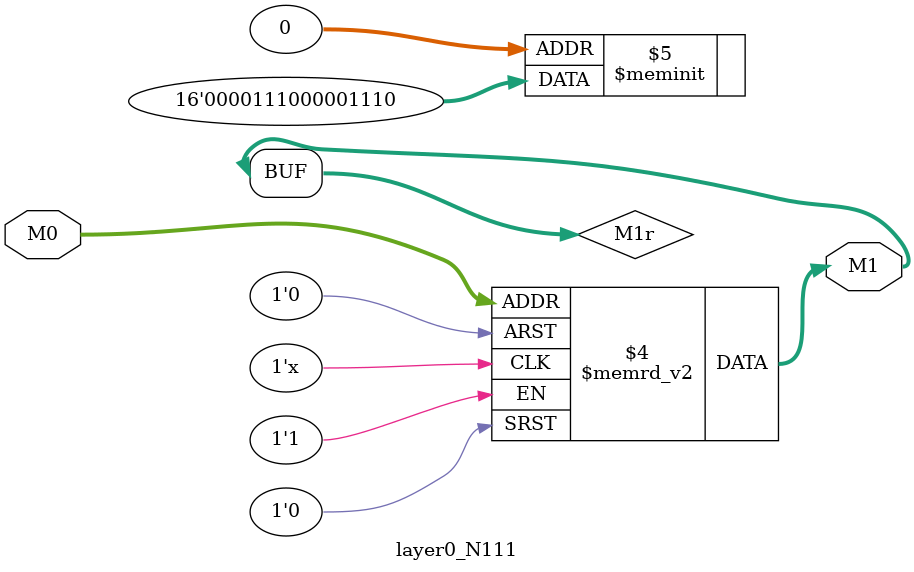
<source format=v>
module layer0_N111 ( input [2:0] M0, output [1:0] M1 );

	(*rom_style = "distributed" *) reg [1:0] M1r;
	assign M1 = M1r;
	always @ (M0) begin
		case (M0)
			3'b000: M1r = 2'b10;
			3'b100: M1r = 2'b10;
			3'b010: M1r = 2'b00;
			3'b110: M1r = 2'b00;
			3'b001: M1r = 2'b11;
			3'b101: M1r = 2'b11;
			3'b011: M1r = 2'b00;
			3'b111: M1r = 2'b00;

		endcase
	end
endmodule

</source>
